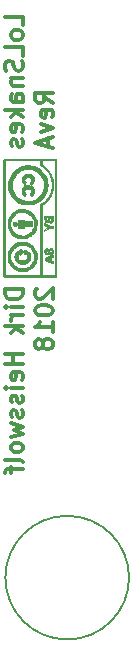
<source format=gbr>
G04 #@! TF.FileFunction,Legend,Bot*
%FSLAX46Y46*%
G04 Gerber Fmt 4.6, Leading zero omitted, Abs format (unit mm)*
G04 Created by KiCad (PCBNEW 4.0.7) date 06/07/18 15:13:04*
%MOMM*%
%LPD*%
G01*
G04 APERTURE LIST*
%ADD10C,0.100000*%
%ADD11C,0.300000*%
%ADD12C,0.002540*%
%ADD13C,0.150000*%
G04 APERTURE END LIST*
D10*
D11*
X114973571Y-87853571D02*
X114973571Y-87139285D01*
X113473571Y-87139285D01*
X114973571Y-88567857D02*
X114902143Y-88424999D01*
X114830714Y-88353571D01*
X114687857Y-88282142D01*
X114259286Y-88282142D01*
X114116429Y-88353571D01*
X114045000Y-88424999D01*
X113973571Y-88567857D01*
X113973571Y-88782142D01*
X114045000Y-88924999D01*
X114116429Y-88996428D01*
X114259286Y-89067857D01*
X114687857Y-89067857D01*
X114830714Y-88996428D01*
X114902143Y-88924999D01*
X114973571Y-88782142D01*
X114973571Y-88567857D01*
X114973571Y-90425000D02*
X114973571Y-89710714D01*
X113473571Y-89710714D01*
X114902143Y-90853571D02*
X114973571Y-91067857D01*
X114973571Y-91425000D01*
X114902143Y-91567857D01*
X114830714Y-91639286D01*
X114687857Y-91710714D01*
X114545000Y-91710714D01*
X114402143Y-91639286D01*
X114330714Y-91567857D01*
X114259286Y-91425000D01*
X114187857Y-91139286D01*
X114116429Y-90996428D01*
X114045000Y-90925000D01*
X113902143Y-90853571D01*
X113759286Y-90853571D01*
X113616429Y-90925000D01*
X113545000Y-90996428D01*
X113473571Y-91139286D01*
X113473571Y-91496428D01*
X113545000Y-91710714D01*
X113973571Y-92353571D02*
X114973571Y-92353571D01*
X114116429Y-92353571D02*
X114045000Y-92424999D01*
X113973571Y-92567857D01*
X113973571Y-92782142D01*
X114045000Y-92924999D01*
X114187857Y-92996428D01*
X114973571Y-92996428D01*
X114973571Y-94353571D02*
X114187857Y-94353571D01*
X114045000Y-94282142D01*
X113973571Y-94139285D01*
X113973571Y-93853571D01*
X114045000Y-93710714D01*
X114902143Y-94353571D02*
X114973571Y-94210714D01*
X114973571Y-93853571D01*
X114902143Y-93710714D01*
X114759286Y-93639285D01*
X114616429Y-93639285D01*
X114473571Y-93710714D01*
X114402143Y-93853571D01*
X114402143Y-94210714D01*
X114330714Y-94353571D01*
X114973571Y-95067857D02*
X113473571Y-95067857D01*
X114402143Y-95210714D02*
X114973571Y-95639285D01*
X113973571Y-95639285D02*
X114545000Y-95067857D01*
X114902143Y-96853571D02*
X114973571Y-96710714D01*
X114973571Y-96425000D01*
X114902143Y-96282143D01*
X114759286Y-96210714D01*
X114187857Y-96210714D01*
X114045000Y-96282143D01*
X113973571Y-96425000D01*
X113973571Y-96710714D01*
X114045000Y-96853571D01*
X114187857Y-96925000D01*
X114330714Y-96925000D01*
X114473571Y-96210714D01*
X114902143Y-97496428D02*
X114973571Y-97639285D01*
X114973571Y-97925000D01*
X114902143Y-98067857D01*
X114759286Y-98139285D01*
X114687857Y-98139285D01*
X114545000Y-98067857D01*
X114473571Y-97925000D01*
X114473571Y-97710714D01*
X114402143Y-97567857D01*
X114259286Y-97496428D01*
X114187857Y-97496428D01*
X114045000Y-97567857D01*
X113973571Y-97710714D01*
X113973571Y-97925000D01*
X114045000Y-98067857D01*
X117523571Y-94425001D02*
X116809286Y-93925001D01*
X117523571Y-93567858D02*
X116023571Y-93567858D01*
X116023571Y-94139286D01*
X116095000Y-94282144D01*
X116166429Y-94353572D01*
X116309286Y-94425001D01*
X116523571Y-94425001D01*
X116666429Y-94353572D01*
X116737857Y-94282144D01*
X116809286Y-94139286D01*
X116809286Y-93567858D01*
X117452143Y-95639286D02*
X117523571Y-95496429D01*
X117523571Y-95210715D01*
X117452143Y-95067858D01*
X117309286Y-94996429D01*
X116737857Y-94996429D01*
X116595000Y-95067858D01*
X116523571Y-95210715D01*
X116523571Y-95496429D01*
X116595000Y-95639286D01*
X116737857Y-95710715D01*
X116880714Y-95710715D01*
X117023571Y-94996429D01*
X116523571Y-96210715D02*
X117523571Y-96567858D01*
X116523571Y-96925000D01*
X117095000Y-97425000D02*
X117095000Y-98139286D01*
X117523571Y-97282143D02*
X116023571Y-97782143D01*
X117523571Y-98282143D01*
X114973571Y-110212143D02*
X113473571Y-110212143D01*
X113473571Y-110569286D01*
X113545000Y-110783571D01*
X113687857Y-110926429D01*
X113830714Y-110997857D01*
X114116429Y-111069286D01*
X114330714Y-111069286D01*
X114616429Y-110997857D01*
X114759286Y-110926429D01*
X114902143Y-110783571D01*
X114973571Y-110569286D01*
X114973571Y-110212143D01*
X114973571Y-111712143D02*
X113973571Y-111712143D01*
X113473571Y-111712143D02*
X113545000Y-111640714D01*
X113616429Y-111712143D01*
X113545000Y-111783571D01*
X113473571Y-111712143D01*
X113616429Y-111712143D01*
X114973571Y-112426429D02*
X113973571Y-112426429D01*
X114259286Y-112426429D02*
X114116429Y-112497857D01*
X114045000Y-112569286D01*
X113973571Y-112712143D01*
X113973571Y-112855000D01*
X114973571Y-113355000D02*
X113473571Y-113355000D01*
X114402143Y-113497857D02*
X114973571Y-113926428D01*
X113973571Y-113926428D02*
X114545000Y-113355000D01*
X114973571Y-115712143D02*
X113473571Y-115712143D01*
X114187857Y-115712143D02*
X114187857Y-116569286D01*
X114973571Y-116569286D02*
X113473571Y-116569286D01*
X114902143Y-117855000D02*
X114973571Y-117712143D01*
X114973571Y-117426429D01*
X114902143Y-117283572D01*
X114759286Y-117212143D01*
X114187857Y-117212143D01*
X114045000Y-117283572D01*
X113973571Y-117426429D01*
X113973571Y-117712143D01*
X114045000Y-117855000D01*
X114187857Y-117926429D01*
X114330714Y-117926429D01*
X114473571Y-117212143D01*
X114973571Y-118569286D02*
X113973571Y-118569286D01*
X113473571Y-118569286D02*
X113545000Y-118497857D01*
X113616429Y-118569286D01*
X113545000Y-118640714D01*
X113473571Y-118569286D01*
X113616429Y-118569286D01*
X114902143Y-119212143D02*
X114973571Y-119355000D01*
X114973571Y-119640715D01*
X114902143Y-119783572D01*
X114759286Y-119855000D01*
X114687857Y-119855000D01*
X114545000Y-119783572D01*
X114473571Y-119640715D01*
X114473571Y-119426429D01*
X114402143Y-119283572D01*
X114259286Y-119212143D01*
X114187857Y-119212143D01*
X114045000Y-119283572D01*
X113973571Y-119426429D01*
X113973571Y-119640715D01*
X114045000Y-119783572D01*
X114902143Y-120426429D02*
X114973571Y-120569286D01*
X114973571Y-120855001D01*
X114902143Y-120997858D01*
X114759286Y-121069286D01*
X114687857Y-121069286D01*
X114545000Y-120997858D01*
X114473571Y-120855001D01*
X114473571Y-120640715D01*
X114402143Y-120497858D01*
X114259286Y-120426429D01*
X114187857Y-120426429D01*
X114045000Y-120497858D01*
X113973571Y-120640715D01*
X113973571Y-120855001D01*
X114045000Y-120997858D01*
X113973571Y-121569287D02*
X114973571Y-121855001D01*
X114259286Y-122140715D01*
X114973571Y-122426430D01*
X113973571Y-122712144D01*
X114973571Y-123497859D02*
X114902143Y-123355001D01*
X114830714Y-123283573D01*
X114687857Y-123212144D01*
X114259286Y-123212144D01*
X114116429Y-123283573D01*
X114045000Y-123355001D01*
X113973571Y-123497859D01*
X113973571Y-123712144D01*
X114045000Y-123855001D01*
X114116429Y-123926430D01*
X114259286Y-123997859D01*
X114687857Y-123997859D01*
X114830714Y-123926430D01*
X114902143Y-123855001D01*
X114973571Y-123712144D01*
X114973571Y-123497859D01*
X114973571Y-124855002D02*
X114902143Y-124712144D01*
X114759286Y-124640716D01*
X113473571Y-124640716D01*
X113973571Y-125212144D02*
X113973571Y-125783573D01*
X114973571Y-125426430D02*
X113687857Y-125426430D01*
X113545000Y-125497858D01*
X113473571Y-125640716D01*
X113473571Y-125783573D01*
X116166429Y-110140714D02*
X116095000Y-110212143D01*
X116023571Y-110355000D01*
X116023571Y-110712143D01*
X116095000Y-110855000D01*
X116166429Y-110926429D01*
X116309286Y-110997857D01*
X116452143Y-110997857D01*
X116666429Y-110926429D01*
X117523571Y-110069286D01*
X117523571Y-110997857D01*
X116023571Y-111926428D02*
X116023571Y-112069285D01*
X116095000Y-112212142D01*
X116166429Y-112283571D01*
X116309286Y-112355000D01*
X116595000Y-112426428D01*
X116952143Y-112426428D01*
X117237857Y-112355000D01*
X117380714Y-112283571D01*
X117452143Y-112212142D01*
X117523571Y-112069285D01*
X117523571Y-111926428D01*
X117452143Y-111783571D01*
X117380714Y-111712142D01*
X117237857Y-111640714D01*
X116952143Y-111569285D01*
X116595000Y-111569285D01*
X116309286Y-111640714D01*
X116166429Y-111712142D01*
X116095000Y-111783571D01*
X116023571Y-111926428D01*
X117523571Y-113854999D02*
X117523571Y-112997856D01*
X117523571Y-113426428D02*
X116023571Y-113426428D01*
X116237857Y-113283571D01*
X116380714Y-113140713D01*
X116452143Y-112997856D01*
X116666429Y-114712142D02*
X116595000Y-114569284D01*
X116523571Y-114497856D01*
X116380714Y-114426427D01*
X116309286Y-114426427D01*
X116166429Y-114497856D01*
X116095000Y-114569284D01*
X116023571Y-114712142D01*
X116023571Y-114997856D01*
X116095000Y-115140713D01*
X116166429Y-115212142D01*
X116309286Y-115283570D01*
X116380714Y-115283570D01*
X116523571Y-115212142D01*
X116595000Y-115140713D01*
X116666429Y-114997856D01*
X116666429Y-114712142D01*
X116737857Y-114569284D01*
X116809286Y-114497856D01*
X116952143Y-114426427D01*
X117237857Y-114426427D01*
X117380714Y-114497856D01*
X117452143Y-114569284D01*
X117523571Y-114712142D01*
X117523571Y-114997856D01*
X117452143Y-115140713D01*
X117380714Y-115212142D01*
X117237857Y-115283570D01*
X116952143Y-115283570D01*
X116809286Y-115212142D01*
X116737857Y-115140713D01*
X116666429Y-114997856D01*
D12*
G36*
X117802660Y-109146340D02*
X117802660Y-109032040D01*
X116461540Y-109032040D01*
X114995960Y-109032040D01*
X113525300Y-109032040D01*
X113487200Y-108993940D01*
X113451640Y-108955840D01*
X113451640Y-104145080D01*
X113451640Y-99336860D01*
X113487200Y-99298760D01*
X113525300Y-99260660D01*
X114995960Y-99260660D01*
X116461540Y-99263200D01*
X116464080Y-99489260D01*
X116464080Y-99715320D01*
X116593620Y-99799140D01*
X116761260Y-99921060D01*
X116913660Y-100063300D01*
X117050820Y-100223320D01*
X117170200Y-100398580D01*
X117269260Y-100586540D01*
X117348000Y-100784660D01*
X117403880Y-100990400D01*
X117431820Y-101155500D01*
X117439440Y-101241860D01*
X117441980Y-101343460D01*
X117439440Y-101455220D01*
X117431820Y-101564440D01*
X117419120Y-101663500D01*
X117408960Y-101724460D01*
X117353080Y-101940360D01*
X117274340Y-102143560D01*
X117177820Y-102331520D01*
X117055900Y-102509320D01*
X116911120Y-102674420D01*
X116842540Y-102743000D01*
X116781580Y-102798880D01*
X116710460Y-102854760D01*
X116639340Y-102908100D01*
X116593620Y-102941120D01*
X116464080Y-103022400D01*
X116464080Y-106024680D01*
X116461540Y-109032040D01*
X117802660Y-109032040D01*
X117802660Y-109016800D01*
X117701060Y-109016800D01*
X117139720Y-109016800D01*
X116578380Y-109016800D01*
X116578380Y-106060240D01*
X116578380Y-103106220D01*
X116695220Y-103027480D01*
X116832380Y-102930960D01*
X116951760Y-102834440D01*
X117050820Y-102735380D01*
X117139720Y-102631240D01*
X117218460Y-102514400D01*
X117269260Y-102428040D01*
X117340380Y-102288340D01*
X117398800Y-102163880D01*
X117447060Y-102047040D01*
X117485160Y-101927660D01*
X117515640Y-101803200D01*
X117515640Y-101798120D01*
X117551200Y-101615240D01*
X117566440Y-101442520D01*
X117566440Y-101277420D01*
X117548660Y-101109780D01*
X117515640Y-100939600D01*
X117457220Y-100744020D01*
X117375940Y-100548440D01*
X117266720Y-100347780D01*
X117134640Y-100147120D01*
X117086380Y-100078540D01*
X117043200Y-100027740D01*
X116984780Y-99966780D01*
X116918740Y-99903280D01*
X116850160Y-99837240D01*
X116776500Y-99773740D01*
X116710460Y-99720400D01*
X116652040Y-99677220D01*
X116616480Y-99654360D01*
X116578380Y-99634040D01*
X116578380Y-99441000D01*
X116578380Y-99247960D01*
X117139720Y-99247960D01*
X117701060Y-99247960D01*
X117701060Y-104134920D01*
X117701060Y-109016800D01*
X117802660Y-109016800D01*
X117802660Y-104152700D01*
X117802660Y-99161600D01*
X117622320Y-99153980D01*
X117584220Y-99151440D01*
X117525800Y-99151440D01*
X117444520Y-99151440D01*
X117345460Y-99151440D01*
X117228620Y-99148900D01*
X117096540Y-99148900D01*
X116949220Y-99148900D01*
X116789200Y-99148900D01*
X116619020Y-99148900D01*
X116438680Y-99148900D01*
X116250720Y-99148900D01*
X116057680Y-99148900D01*
X115859560Y-99148900D01*
X115658900Y-99148900D01*
X115458240Y-99148900D01*
X115255040Y-99148900D01*
X115054380Y-99151440D01*
X114858800Y-99151440D01*
X114665760Y-99151440D01*
X114480340Y-99151440D01*
X114305080Y-99153980D01*
X114137440Y-99153980D01*
X113982500Y-99156520D01*
X113840260Y-99156520D01*
X113713260Y-99156520D01*
X113604040Y-99159060D01*
X113510060Y-99159060D01*
X113438940Y-99161600D01*
X113385600Y-99161600D01*
X113357660Y-99164140D01*
X113352580Y-99164140D01*
X113352580Y-99176840D01*
X113352580Y-99214940D01*
X113350040Y-99275900D01*
X113350040Y-99359720D01*
X113350040Y-99463860D01*
X113350040Y-99590860D01*
X113347500Y-99733100D01*
X113347500Y-99895660D01*
X113347500Y-100076000D01*
X113347500Y-100271580D01*
X113344960Y-100482400D01*
X113344960Y-100705920D01*
X113344960Y-100944680D01*
X113344960Y-101193600D01*
X113344960Y-101452680D01*
X113342420Y-101721920D01*
X113342420Y-101998780D01*
X113342420Y-102285800D01*
X113342420Y-102575360D01*
X113342420Y-102872540D01*
X113342420Y-103174800D01*
X113339880Y-103479600D01*
X113339880Y-103786940D01*
X113339880Y-104096820D01*
X113339880Y-104401620D01*
X113339880Y-104708960D01*
X113339880Y-105013760D01*
X113339880Y-105316020D01*
X113339880Y-105615740D01*
X113339880Y-105907840D01*
X113339880Y-106194860D01*
X113339880Y-106474260D01*
X113339880Y-106746040D01*
X113339880Y-107007660D01*
X113339880Y-107259120D01*
X113339880Y-107497880D01*
X113339880Y-107723940D01*
X113339880Y-107937300D01*
X113339880Y-108135420D01*
X113339880Y-108318300D01*
X113339880Y-108485940D01*
X113342420Y-108633260D01*
X113342420Y-108762800D01*
X113342420Y-108869480D01*
X113342420Y-108958380D01*
X113344960Y-109024420D01*
X113344960Y-109067600D01*
X113344960Y-109085380D01*
X113352580Y-109146340D01*
X115577620Y-109146340D01*
X117802660Y-109146340D01*
X117802660Y-109146340D01*
X117802660Y-109146340D01*
G37*
X117802660Y-109146340D02*
X117802660Y-109032040D01*
X116461540Y-109032040D01*
X114995960Y-109032040D01*
X113525300Y-109032040D01*
X113487200Y-108993940D01*
X113451640Y-108955840D01*
X113451640Y-104145080D01*
X113451640Y-99336860D01*
X113487200Y-99298760D01*
X113525300Y-99260660D01*
X114995960Y-99260660D01*
X116461540Y-99263200D01*
X116464080Y-99489260D01*
X116464080Y-99715320D01*
X116593620Y-99799140D01*
X116761260Y-99921060D01*
X116913660Y-100063300D01*
X117050820Y-100223320D01*
X117170200Y-100398580D01*
X117269260Y-100586540D01*
X117348000Y-100784660D01*
X117403880Y-100990400D01*
X117431820Y-101155500D01*
X117439440Y-101241860D01*
X117441980Y-101343460D01*
X117439440Y-101455220D01*
X117431820Y-101564440D01*
X117419120Y-101663500D01*
X117408960Y-101724460D01*
X117353080Y-101940360D01*
X117274340Y-102143560D01*
X117177820Y-102331520D01*
X117055900Y-102509320D01*
X116911120Y-102674420D01*
X116842540Y-102743000D01*
X116781580Y-102798880D01*
X116710460Y-102854760D01*
X116639340Y-102908100D01*
X116593620Y-102941120D01*
X116464080Y-103022400D01*
X116464080Y-106024680D01*
X116461540Y-109032040D01*
X117802660Y-109032040D01*
X117802660Y-109016800D01*
X117701060Y-109016800D01*
X117139720Y-109016800D01*
X116578380Y-109016800D01*
X116578380Y-106060240D01*
X116578380Y-103106220D01*
X116695220Y-103027480D01*
X116832380Y-102930960D01*
X116951760Y-102834440D01*
X117050820Y-102735380D01*
X117139720Y-102631240D01*
X117218460Y-102514400D01*
X117269260Y-102428040D01*
X117340380Y-102288340D01*
X117398800Y-102163880D01*
X117447060Y-102047040D01*
X117485160Y-101927660D01*
X117515640Y-101803200D01*
X117515640Y-101798120D01*
X117551200Y-101615240D01*
X117566440Y-101442520D01*
X117566440Y-101277420D01*
X117548660Y-101109780D01*
X117515640Y-100939600D01*
X117457220Y-100744020D01*
X117375940Y-100548440D01*
X117266720Y-100347780D01*
X117134640Y-100147120D01*
X117086380Y-100078540D01*
X117043200Y-100027740D01*
X116984780Y-99966780D01*
X116918740Y-99903280D01*
X116850160Y-99837240D01*
X116776500Y-99773740D01*
X116710460Y-99720400D01*
X116652040Y-99677220D01*
X116616480Y-99654360D01*
X116578380Y-99634040D01*
X116578380Y-99441000D01*
X116578380Y-99247960D01*
X117139720Y-99247960D01*
X117701060Y-99247960D01*
X117701060Y-104134920D01*
X117701060Y-109016800D01*
X117802660Y-109016800D01*
X117802660Y-104152700D01*
X117802660Y-99161600D01*
X117622320Y-99153980D01*
X117584220Y-99151440D01*
X117525800Y-99151440D01*
X117444520Y-99151440D01*
X117345460Y-99151440D01*
X117228620Y-99148900D01*
X117096540Y-99148900D01*
X116949220Y-99148900D01*
X116789200Y-99148900D01*
X116619020Y-99148900D01*
X116438680Y-99148900D01*
X116250720Y-99148900D01*
X116057680Y-99148900D01*
X115859560Y-99148900D01*
X115658900Y-99148900D01*
X115458240Y-99148900D01*
X115255040Y-99148900D01*
X115054380Y-99151440D01*
X114858800Y-99151440D01*
X114665760Y-99151440D01*
X114480340Y-99151440D01*
X114305080Y-99153980D01*
X114137440Y-99153980D01*
X113982500Y-99156520D01*
X113840260Y-99156520D01*
X113713260Y-99156520D01*
X113604040Y-99159060D01*
X113510060Y-99159060D01*
X113438940Y-99161600D01*
X113385600Y-99161600D01*
X113357660Y-99164140D01*
X113352580Y-99164140D01*
X113352580Y-99176840D01*
X113352580Y-99214940D01*
X113350040Y-99275900D01*
X113350040Y-99359720D01*
X113350040Y-99463860D01*
X113350040Y-99590860D01*
X113347500Y-99733100D01*
X113347500Y-99895660D01*
X113347500Y-100076000D01*
X113347500Y-100271580D01*
X113344960Y-100482400D01*
X113344960Y-100705920D01*
X113344960Y-100944680D01*
X113344960Y-101193600D01*
X113344960Y-101452680D01*
X113342420Y-101721920D01*
X113342420Y-101998780D01*
X113342420Y-102285800D01*
X113342420Y-102575360D01*
X113342420Y-102872540D01*
X113342420Y-103174800D01*
X113339880Y-103479600D01*
X113339880Y-103786940D01*
X113339880Y-104096820D01*
X113339880Y-104401620D01*
X113339880Y-104708960D01*
X113339880Y-105013760D01*
X113339880Y-105316020D01*
X113339880Y-105615740D01*
X113339880Y-105907840D01*
X113339880Y-106194860D01*
X113339880Y-106474260D01*
X113339880Y-106746040D01*
X113339880Y-107007660D01*
X113339880Y-107259120D01*
X113339880Y-107497880D01*
X113339880Y-107723940D01*
X113339880Y-107937300D01*
X113339880Y-108135420D01*
X113339880Y-108318300D01*
X113339880Y-108485940D01*
X113342420Y-108633260D01*
X113342420Y-108762800D01*
X113342420Y-108869480D01*
X113342420Y-108958380D01*
X113344960Y-109024420D01*
X113344960Y-109067600D01*
X113344960Y-109085380D01*
X113352580Y-109146340D01*
X115577620Y-109146340D01*
X117802660Y-109146340D01*
X117802660Y-109146340D01*
G36*
X117345460Y-107279440D02*
X117393720Y-107266740D01*
X117439440Y-107238800D01*
X117452140Y-107228640D01*
X117492780Y-107177840D01*
X117523260Y-107109260D01*
X117538500Y-107030520D01*
X117541040Y-106951780D01*
X117538500Y-106941620D01*
X117518180Y-106852720D01*
X117480080Y-106781600D01*
X117429280Y-106728260D01*
X117363240Y-106695240D01*
X117355620Y-106692700D01*
X117317520Y-106685080D01*
X117294660Y-106692700D01*
X117281960Y-106715560D01*
X117281960Y-106758740D01*
X117281960Y-106768900D01*
X117287040Y-106809540D01*
X117294660Y-106832400D01*
X117309900Y-106842560D01*
X117330220Y-106850180D01*
X117375940Y-106878120D01*
X117403880Y-106921300D01*
X117419120Y-106974640D01*
X117414040Y-107035600D01*
X117401340Y-107071160D01*
X117378480Y-107109260D01*
X117350540Y-107124500D01*
X117314980Y-107121960D01*
X117297200Y-107114340D01*
X117279420Y-107096560D01*
X117264180Y-107063540D01*
X117243860Y-107015280D01*
X117223540Y-106946700D01*
X117210840Y-106908600D01*
X117190520Y-106850180D01*
X117172740Y-106807000D01*
X117152420Y-106776520D01*
X117134640Y-106758740D01*
X117076220Y-106723180D01*
X117020340Y-106710480D01*
X116961920Y-106715560D01*
X116911120Y-106740960D01*
X116865400Y-106784140D01*
X116829840Y-106837480D01*
X116806980Y-106903520D01*
X116799360Y-106977180D01*
X116806980Y-107048300D01*
X116829840Y-107132120D01*
X116867940Y-107193080D01*
X116918740Y-107231180D01*
X116982240Y-107251500D01*
X116984780Y-107251500D01*
X117038120Y-107259120D01*
X117038120Y-107185460D01*
X117035580Y-107144820D01*
X117030500Y-107121960D01*
X117020340Y-107109260D01*
X116997480Y-107099100D01*
X116959380Y-107073700D01*
X116933980Y-107033060D01*
X116923820Y-106984800D01*
X116928900Y-106936540D01*
X116951760Y-106893360D01*
X116954300Y-106890820D01*
X116982240Y-106865420D01*
X117002560Y-106862880D01*
X117027960Y-106875580D01*
X117035580Y-106880660D01*
X117053360Y-106908600D01*
X117076220Y-106961940D01*
X117099080Y-107038140D01*
X117099080Y-107043220D01*
X117127020Y-107129580D01*
X117154960Y-107190540D01*
X117185440Y-107233720D01*
X117226080Y-107261660D01*
X117274340Y-107276900D01*
X117284500Y-107276900D01*
X117345460Y-107279440D01*
X117345460Y-107279440D01*
X117345460Y-107279440D01*
G37*
X117345460Y-107279440D02*
X117393720Y-107266740D01*
X117439440Y-107238800D01*
X117452140Y-107228640D01*
X117492780Y-107177840D01*
X117523260Y-107109260D01*
X117538500Y-107030520D01*
X117541040Y-106951780D01*
X117538500Y-106941620D01*
X117518180Y-106852720D01*
X117480080Y-106781600D01*
X117429280Y-106728260D01*
X117363240Y-106695240D01*
X117355620Y-106692700D01*
X117317520Y-106685080D01*
X117294660Y-106692700D01*
X117281960Y-106715560D01*
X117281960Y-106758740D01*
X117281960Y-106768900D01*
X117287040Y-106809540D01*
X117294660Y-106832400D01*
X117309900Y-106842560D01*
X117330220Y-106850180D01*
X117375940Y-106878120D01*
X117403880Y-106921300D01*
X117419120Y-106974640D01*
X117414040Y-107035600D01*
X117401340Y-107071160D01*
X117378480Y-107109260D01*
X117350540Y-107124500D01*
X117314980Y-107121960D01*
X117297200Y-107114340D01*
X117279420Y-107096560D01*
X117264180Y-107063540D01*
X117243860Y-107015280D01*
X117223540Y-106946700D01*
X117210840Y-106908600D01*
X117190520Y-106850180D01*
X117172740Y-106807000D01*
X117152420Y-106776520D01*
X117134640Y-106758740D01*
X117076220Y-106723180D01*
X117020340Y-106710480D01*
X116961920Y-106715560D01*
X116911120Y-106740960D01*
X116865400Y-106784140D01*
X116829840Y-106837480D01*
X116806980Y-106903520D01*
X116799360Y-106977180D01*
X116806980Y-107048300D01*
X116829840Y-107132120D01*
X116867940Y-107193080D01*
X116918740Y-107231180D01*
X116982240Y-107251500D01*
X116984780Y-107251500D01*
X117038120Y-107259120D01*
X117038120Y-107185460D01*
X117035580Y-107144820D01*
X117030500Y-107121960D01*
X117020340Y-107109260D01*
X116997480Y-107099100D01*
X116959380Y-107073700D01*
X116933980Y-107033060D01*
X116923820Y-106984800D01*
X116928900Y-106936540D01*
X116951760Y-106893360D01*
X116954300Y-106890820D01*
X116982240Y-106865420D01*
X117002560Y-106862880D01*
X117027960Y-106875580D01*
X117035580Y-106880660D01*
X117053360Y-106908600D01*
X117076220Y-106961940D01*
X117099080Y-107038140D01*
X117099080Y-107043220D01*
X117127020Y-107129580D01*
X117154960Y-107190540D01*
X117185440Y-107233720D01*
X117226080Y-107261660D01*
X117274340Y-107276900D01*
X117284500Y-107276900D01*
X117345460Y-107279440D01*
X117345460Y-107279440D01*
G36*
X117345460Y-104556560D02*
X117411500Y-104536240D01*
X117464840Y-104495600D01*
X117497860Y-104439720D01*
X117508020Y-104416860D01*
X117513100Y-104394000D01*
X117304820Y-104394000D01*
X117266720Y-104388920D01*
X117241320Y-104373680D01*
X117238780Y-104368600D01*
X117012720Y-104368600D01*
X116977160Y-104355900D01*
X116967000Y-104348280D01*
X116956840Y-104327960D01*
X116951760Y-104294940D01*
X116949220Y-104239060D01*
X116949220Y-104228900D01*
X116949220Y-104132380D01*
X116989860Y-104127300D01*
X117030500Y-104124760D01*
X117066060Y-104124760D01*
X117083840Y-104129840D01*
X117094000Y-104137460D01*
X117099080Y-104152700D01*
X117101620Y-104188260D01*
X117101620Y-104218740D01*
X117099080Y-104284780D01*
X117088920Y-104327960D01*
X117081300Y-104340660D01*
X117050820Y-104363520D01*
X117012720Y-104368600D01*
X117238780Y-104368600D01*
X117226080Y-104343200D01*
X117218460Y-104292400D01*
X117215920Y-104231440D01*
X117215920Y-104129840D01*
X117304820Y-104129840D01*
X117396260Y-104129840D01*
X117396260Y-104236520D01*
X117393720Y-104297480D01*
X117388640Y-104335580D01*
X117381020Y-104360980D01*
X117373400Y-104371140D01*
X117340380Y-104388920D01*
X117304820Y-104394000D01*
X117513100Y-104394000D01*
X117513100Y-104388920D01*
X117518180Y-104353360D01*
X117520720Y-104302560D01*
X117523260Y-104236520D01*
X117523260Y-104173020D01*
X117523260Y-103962200D01*
X117172740Y-103962200D01*
X116819680Y-103962200D01*
X116819680Y-104170480D01*
X116822220Y-104264460D01*
X116824760Y-104333040D01*
X116829840Y-104386380D01*
X116840000Y-104424480D01*
X116852700Y-104454960D01*
X116873020Y-104477820D01*
X116880640Y-104487980D01*
X116916200Y-104505760D01*
X116967000Y-104518460D01*
X117017800Y-104521000D01*
X117043200Y-104515920D01*
X117076220Y-104500680D01*
X117109240Y-104475280D01*
X117111780Y-104472740D01*
X117132100Y-104452420D01*
X117144800Y-104449880D01*
X117149880Y-104457500D01*
X117172740Y-104493060D01*
X117210840Y-104526080D01*
X117254020Y-104548940D01*
X117271800Y-104554020D01*
X117345460Y-104556560D01*
X117345460Y-104556560D01*
X117345460Y-104556560D01*
G37*
X117345460Y-104556560D02*
X117411500Y-104536240D01*
X117464840Y-104495600D01*
X117497860Y-104439720D01*
X117508020Y-104416860D01*
X117513100Y-104394000D01*
X117304820Y-104394000D01*
X117266720Y-104388920D01*
X117241320Y-104373680D01*
X117238780Y-104368600D01*
X117012720Y-104368600D01*
X116977160Y-104355900D01*
X116967000Y-104348280D01*
X116956840Y-104327960D01*
X116951760Y-104294940D01*
X116949220Y-104239060D01*
X116949220Y-104228900D01*
X116949220Y-104132380D01*
X116989860Y-104127300D01*
X117030500Y-104124760D01*
X117066060Y-104124760D01*
X117083840Y-104129840D01*
X117094000Y-104137460D01*
X117099080Y-104152700D01*
X117101620Y-104188260D01*
X117101620Y-104218740D01*
X117099080Y-104284780D01*
X117088920Y-104327960D01*
X117081300Y-104340660D01*
X117050820Y-104363520D01*
X117012720Y-104368600D01*
X117238780Y-104368600D01*
X117226080Y-104343200D01*
X117218460Y-104292400D01*
X117215920Y-104231440D01*
X117215920Y-104129840D01*
X117304820Y-104129840D01*
X117396260Y-104129840D01*
X117396260Y-104236520D01*
X117393720Y-104297480D01*
X117388640Y-104335580D01*
X117381020Y-104360980D01*
X117373400Y-104371140D01*
X117340380Y-104388920D01*
X117304820Y-104394000D01*
X117513100Y-104394000D01*
X117513100Y-104388920D01*
X117518180Y-104353360D01*
X117520720Y-104302560D01*
X117523260Y-104236520D01*
X117523260Y-104173020D01*
X117523260Y-103962200D01*
X117172740Y-103962200D01*
X116819680Y-103962200D01*
X116819680Y-104170480D01*
X116822220Y-104264460D01*
X116824760Y-104333040D01*
X116829840Y-104386380D01*
X116840000Y-104424480D01*
X116852700Y-104454960D01*
X116873020Y-104477820D01*
X116880640Y-104487980D01*
X116916200Y-104505760D01*
X116967000Y-104518460D01*
X117017800Y-104521000D01*
X117043200Y-104515920D01*
X117076220Y-104500680D01*
X117109240Y-104475280D01*
X117111780Y-104472740D01*
X117132100Y-104452420D01*
X117144800Y-104449880D01*
X117149880Y-104457500D01*
X117172740Y-104493060D01*
X117210840Y-104526080D01*
X117254020Y-104548940D01*
X117271800Y-104554020D01*
X117345460Y-104556560D01*
X117345460Y-104556560D01*
G36*
X116819680Y-105262680D02*
X117043200Y-105128060D01*
X117266720Y-104993440D01*
X117393720Y-104993440D01*
X117523260Y-104993440D01*
X117523260Y-104917240D01*
X117523260Y-104841040D01*
X117388640Y-104841040D01*
X117251480Y-104841040D01*
X117045740Y-104716580D01*
X116979700Y-104678480D01*
X116921280Y-104645460D01*
X116875560Y-104617520D01*
X116845080Y-104597200D01*
X116829840Y-104589580D01*
X116824760Y-104599740D01*
X116822220Y-104627680D01*
X116819680Y-104668320D01*
X116819680Y-104673400D01*
X116819680Y-104762300D01*
X116956840Y-104841040D01*
X117017800Y-104879140D01*
X117055900Y-104904540D01*
X117076220Y-104922320D01*
X117073680Y-104932480D01*
X117055900Y-104942640D01*
X117022880Y-104962960D01*
X116977160Y-104988360D01*
X116941600Y-105011220D01*
X116827300Y-105077260D01*
X116822220Y-105168700D01*
X116819680Y-105262680D01*
X116819680Y-105262680D01*
X116819680Y-105262680D01*
G37*
X116819680Y-105262680D02*
X117043200Y-105128060D01*
X117266720Y-104993440D01*
X117393720Y-104993440D01*
X117523260Y-104993440D01*
X117523260Y-104917240D01*
X117523260Y-104841040D01*
X117388640Y-104841040D01*
X117251480Y-104841040D01*
X117045740Y-104716580D01*
X116979700Y-104678480D01*
X116921280Y-104645460D01*
X116875560Y-104617520D01*
X116845080Y-104597200D01*
X116829840Y-104589580D01*
X116824760Y-104599740D01*
X116822220Y-104627680D01*
X116819680Y-104668320D01*
X116819680Y-104673400D01*
X116819680Y-104762300D01*
X116956840Y-104841040D01*
X117017800Y-104879140D01*
X117055900Y-104904540D01*
X117076220Y-104922320D01*
X117073680Y-104932480D01*
X117055900Y-104942640D01*
X117022880Y-104962960D01*
X116977160Y-104988360D01*
X116941600Y-105011220D01*
X116827300Y-105077260D01*
X116822220Y-105168700D01*
X116819680Y-105262680D01*
X116819680Y-105262680D01*
G36*
X117513100Y-107983020D02*
X117518180Y-107972860D01*
X117520720Y-107939840D01*
X117523260Y-107901740D01*
X117523260Y-107820460D01*
X117447060Y-107797600D01*
X117370860Y-107774740D01*
X117370860Y-107726480D01*
X117241320Y-107726480D01*
X117127020Y-107685840D01*
X117078760Y-107670600D01*
X117040660Y-107652820D01*
X117022880Y-107642660D01*
X117020340Y-107640120D01*
X117035580Y-107629960D01*
X117068600Y-107617260D01*
X117111780Y-107602020D01*
X117157500Y-107586780D01*
X117198140Y-107571540D01*
X117226080Y-107563920D01*
X117233700Y-107561380D01*
X117238780Y-107574080D01*
X117241320Y-107604560D01*
X117241320Y-107642660D01*
X117241320Y-107726480D01*
X117370860Y-107726480D01*
X117370860Y-107642660D01*
X117370860Y-107513120D01*
X117447060Y-107485180D01*
X117523260Y-107457240D01*
X117523260Y-107375960D01*
X117523260Y-107297220D01*
X117175280Y-107429300D01*
X116827300Y-107558840D01*
X116827300Y-107645200D01*
X116827300Y-107729020D01*
X117165120Y-107856020D01*
X117254020Y-107889040D01*
X117332760Y-107919520D01*
X117401340Y-107944920D01*
X117457220Y-107962700D01*
X117495320Y-107977940D01*
X117513100Y-107983020D01*
X117513100Y-107983020D01*
X117513100Y-107983020D01*
X117513100Y-107983020D01*
G37*
X117513100Y-107983020D02*
X117518180Y-107972860D01*
X117520720Y-107939840D01*
X117523260Y-107901740D01*
X117523260Y-107820460D01*
X117447060Y-107797600D01*
X117370860Y-107774740D01*
X117370860Y-107726480D01*
X117241320Y-107726480D01*
X117127020Y-107685840D01*
X117078760Y-107670600D01*
X117040660Y-107652820D01*
X117022880Y-107642660D01*
X117020340Y-107640120D01*
X117035580Y-107629960D01*
X117068600Y-107617260D01*
X117111780Y-107602020D01*
X117157500Y-107586780D01*
X117198140Y-107571540D01*
X117226080Y-107563920D01*
X117233700Y-107561380D01*
X117238780Y-107574080D01*
X117241320Y-107604560D01*
X117241320Y-107642660D01*
X117241320Y-107726480D01*
X117370860Y-107726480D01*
X117370860Y-107642660D01*
X117370860Y-107513120D01*
X117447060Y-107485180D01*
X117523260Y-107457240D01*
X117523260Y-107375960D01*
X117523260Y-107297220D01*
X117175280Y-107429300D01*
X116827300Y-107558840D01*
X116827300Y-107645200D01*
X116827300Y-107729020D01*
X117165120Y-107856020D01*
X117254020Y-107889040D01*
X117332760Y-107919520D01*
X117401340Y-107944920D01*
X117457220Y-107962700D01*
X117495320Y-107977940D01*
X117513100Y-107983020D01*
X117513100Y-107983020D01*
X117513100Y-107983020D01*
G36*
X115394740Y-103027480D02*
X115486180Y-103027480D01*
X115608100Y-103022400D01*
X115714780Y-103012240D01*
X115808760Y-102994460D01*
X115900200Y-102971600D01*
X115994180Y-102941120D01*
X116060220Y-102915720D01*
X116225320Y-102836980D01*
X116382800Y-102735380D01*
X116385340Y-102732840D01*
X115394740Y-102732840D01*
X115216940Y-102720140D01*
X115044220Y-102682040D01*
X114876580Y-102623620D01*
X114719100Y-102544880D01*
X114574320Y-102443280D01*
X114439700Y-102323900D01*
X114320320Y-102184200D01*
X114218720Y-102026720D01*
X114213640Y-102019100D01*
X114142520Y-101866700D01*
X114091720Y-101701600D01*
X114063780Y-101531420D01*
X114053620Y-101356160D01*
X114066320Y-101183440D01*
X114099340Y-101013260D01*
X114155220Y-100850700D01*
X114203480Y-100746560D01*
X114294920Y-100601780D01*
X114406680Y-100467160D01*
X114533680Y-100342700D01*
X114673380Y-100236020D01*
X114823240Y-100149660D01*
X114978180Y-100081080D01*
X115067080Y-100055680D01*
X115252500Y-100017580D01*
X115432840Y-100007420D01*
X115610640Y-100020120D01*
X115783360Y-100060760D01*
X115951000Y-100121720D01*
X116111020Y-100208080D01*
X116260880Y-100314760D01*
X116398040Y-100444300D01*
X116519960Y-100589080D01*
X116619020Y-100744020D01*
X116692680Y-100904040D01*
X116743480Y-101074220D01*
X116768880Y-101252020D01*
X116771420Y-101437440D01*
X116753640Y-101605080D01*
X116718080Y-101762560D01*
X116659660Y-101914960D01*
X116580920Y-102064820D01*
X116484400Y-102204520D01*
X116375180Y-102331520D01*
X116250720Y-102445820D01*
X116118640Y-102542340D01*
X115978940Y-102616000D01*
X115935760Y-102633780D01*
X115755420Y-102692200D01*
X115572540Y-102725220D01*
X115394740Y-102732840D01*
X116385340Y-102732840D01*
X116527580Y-102616000D01*
X116659660Y-102481380D01*
X116776500Y-102331520D01*
X116878100Y-102171500D01*
X116959380Y-102003860D01*
X117020340Y-101828600D01*
X117058440Y-101653340D01*
X117068600Y-101566980D01*
X117076220Y-101485700D01*
X117078760Y-101422200D01*
X117081300Y-101368860D01*
X117081300Y-101318060D01*
X117078760Y-101267260D01*
X117076220Y-101221540D01*
X117048280Y-101025960D01*
X117000020Y-100840540D01*
X116926360Y-100665280D01*
X116832380Y-100495100D01*
X116713000Y-100335080D01*
X116568220Y-100177600D01*
X116563140Y-100175060D01*
X116408200Y-100037900D01*
X116248180Y-99926140D01*
X116080540Y-99839780D01*
X115905280Y-99773740D01*
X115717320Y-99733100D01*
X115521740Y-99712780D01*
X115417600Y-99707700D01*
X115234720Y-99717860D01*
X115064540Y-99740720D01*
X114904520Y-99781360D01*
X114747040Y-99842320D01*
X114650520Y-99890580D01*
X114475260Y-99994720D01*
X114317780Y-100116640D01*
X114175540Y-100256340D01*
X114051080Y-100411280D01*
X113946940Y-100576380D01*
X113860580Y-100754180D01*
X113799620Y-100939600D01*
X113774220Y-101056440D01*
X113761520Y-101140260D01*
X113756440Y-101241860D01*
X113753900Y-101353620D01*
X113753900Y-101465380D01*
X113761520Y-101569520D01*
X113771680Y-101660960D01*
X113774220Y-101681280D01*
X113822480Y-101874320D01*
X113891060Y-102059740D01*
X113982500Y-102235000D01*
X114094260Y-102395020D01*
X114223800Y-102542340D01*
X114368580Y-102674420D01*
X114528600Y-102788720D01*
X114701320Y-102882700D01*
X114886740Y-102956360D01*
X114932460Y-102971600D01*
X115021360Y-102994460D01*
X115105180Y-103009700D01*
X115191540Y-103022400D01*
X115285520Y-103027480D01*
X115394740Y-103027480D01*
X115394740Y-103027480D01*
X115394740Y-103027480D01*
G37*
X115394740Y-103027480D02*
X115486180Y-103027480D01*
X115608100Y-103022400D01*
X115714780Y-103012240D01*
X115808760Y-102994460D01*
X115900200Y-102971600D01*
X115994180Y-102941120D01*
X116060220Y-102915720D01*
X116225320Y-102836980D01*
X116382800Y-102735380D01*
X116385340Y-102732840D01*
X115394740Y-102732840D01*
X115216940Y-102720140D01*
X115044220Y-102682040D01*
X114876580Y-102623620D01*
X114719100Y-102544880D01*
X114574320Y-102443280D01*
X114439700Y-102323900D01*
X114320320Y-102184200D01*
X114218720Y-102026720D01*
X114213640Y-102019100D01*
X114142520Y-101866700D01*
X114091720Y-101701600D01*
X114063780Y-101531420D01*
X114053620Y-101356160D01*
X114066320Y-101183440D01*
X114099340Y-101013260D01*
X114155220Y-100850700D01*
X114203480Y-100746560D01*
X114294920Y-100601780D01*
X114406680Y-100467160D01*
X114533680Y-100342700D01*
X114673380Y-100236020D01*
X114823240Y-100149660D01*
X114978180Y-100081080D01*
X115067080Y-100055680D01*
X115252500Y-100017580D01*
X115432840Y-100007420D01*
X115610640Y-100020120D01*
X115783360Y-100060760D01*
X115951000Y-100121720D01*
X116111020Y-100208080D01*
X116260880Y-100314760D01*
X116398040Y-100444300D01*
X116519960Y-100589080D01*
X116619020Y-100744020D01*
X116692680Y-100904040D01*
X116743480Y-101074220D01*
X116768880Y-101252020D01*
X116771420Y-101437440D01*
X116753640Y-101605080D01*
X116718080Y-101762560D01*
X116659660Y-101914960D01*
X116580920Y-102064820D01*
X116484400Y-102204520D01*
X116375180Y-102331520D01*
X116250720Y-102445820D01*
X116118640Y-102542340D01*
X115978940Y-102616000D01*
X115935760Y-102633780D01*
X115755420Y-102692200D01*
X115572540Y-102725220D01*
X115394740Y-102732840D01*
X116385340Y-102732840D01*
X116527580Y-102616000D01*
X116659660Y-102481380D01*
X116776500Y-102331520D01*
X116878100Y-102171500D01*
X116959380Y-102003860D01*
X117020340Y-101828600D01*
X117058440Y-101653340D01*
X117068600Y-101566980D01*
X117076220Y-101485700D01*
X117078760Y-101422200D01*
X117081300Y-101368860D01*
X117081300Y-101318060D01*
X117078760Y-101267260D01*
X117076220Y-101221540D01*
X117048280Y-101025960D01*
X117000020Y-100840540D01*
X116926360Y-100665280D01*
X116832380Y-100495100D01*
X116713000Y-100335080D01*
X116568220Y-100177600D01*
X116563140Y-100175060D01*
X116408200Y-100037900D01*
X116248180Y-99926140D01*
X116080540Y-99839780D01*
X115905280Y-99773740D01*
X115717320Y-99733100D01*
X115521740Y-99712780D01*
X115417600Y-99707700D01*
X115234720Y-99717860D01*
X115064540Y-99740720D01*
X114904520Y-99781360D01*
X114747040Y-99842320D01*
X114650520Y-99890580D01*
X114475260Y-99994720D01*
X114317780Y-100116640D01*
X114175540Y-100256340D01*
X114051080Y-100411280D01*
X113946940Y-100576380D01*
X113860580Y-100754180D01*
X113799620Y-100939600D01*
X113774220Y-101056440D01*
X113761520Y-101140260D01*
X113756440Y-101241860D01*
X113753900Y-101353620D01*
X113753900Y-101465380D01*
X113761520Y-101569520D01*
X113771680Y-101660960D01*
X113774220Y-101681280D01*
X113822480Y-101874320D01*
X113891060Y-102059740D01*
X113982500Y-102235000D01*
X114094260Y-102395020D01*
X114223800Y-102542340D01*
X114368580Y-102674420D01*
X114528600Y-102788720D01*
X114701320Y-102882700D01*
X114886740Y-102956360D01*
X114932460Y-102971600D01*
X115021360Y-102994460D01*
X115105180Y-103009700D01*
X115191540Y-103022400D01*
X115285520Y-103027480D01*
X115394740Y-103027480D01*
X115394740Y-103027480D01*
G36*
X114932460Y-105892600D02*
X115105180Y-105882440D01*
X115262660Y-105854500D01*
X115407440Y-105806240D01*
X115544600Y-105737660D01*
X115653820Y-105658920D01*
X114932460Y-105658920D01*
X114795300Y-105651300D01*
X114673380Y-105630980D01*
X114556540Y-105592880D01*
X114493040Y-105564940D01*
X114366040Y-105491280D01*
X114249200Y-105394760D01*
X114145060Y-105283000D01*
X114056160Y-105158540D01*
X113990120Y-105023920D01*
X113959640Y-104942640D01*
X113946940Y-104902000D01*
X113939320Y-104861360D01*
X113934240Y-104815640D01*
X113931700Y-104762300D01*
X113929160Y-104691180D01*
X113929160Y-104655620D01*
X113931700Y-104576880D01*
X113931700Y-104515920D01*
X113936780Y-104467660D01*
X113944400Y-104427020D01*
X113954560Y-104386380D01*
X113959640Y-104368600D01*
X114018060Y-104221280D01*
X114099340Y-104089200D01*
X114198400Y-103967280D01*
X114315240Y-103860600D01*
X114447320Y-103771700D01*
X114592100Y-103705660D01*
X114673380Y-103677720D01*
X114754660Y-103662480D01*
X114851180Y-103652320D01*
X114952780Y-103649780D01*
X115051840Y-103654860D01*
X115140740Y-103665020D01*
X115173760Y-103672640D01*
X115323620Y-103728520D01*
X115463320Y-103804720D01*
X115590320Y-103901240D01*
X115702080Y-104015540D01*
X115752880Y-104084120D01*
X115834160Y-104216200D01*
X115892580Y-104360980D01*
X115928140Y-104513380D01*
X115935760Y-104670860D01*
X115925600Y-104800400D01*
X115900200Y-104917240D01*
X115859560Y-105036620D01*
X115806220Y-105148380D01*
X115790980Y-105176320D01*
X115763040Y-105216960D01*
X115722400Y-105267760D01*
X115671600Y-105323640D01*
X115620800Y-105376980D01*
X115620800Y-105376980D01*
X115564920Y-105435400D01*
X115514120Y-105478580D01*
X115468400Y-105511600D01*
X115420140Y-105539540D01*
X115392200Y-105554780D01*
X115280440Y-105603040D01*
X115168680Y-105636060D01*
X115054380Y-105653840D01*
X114932460Y-105658920D01*
X115653820Y-105658920D01*
X115671600Y-105648760D01*
X115780820Y-105549700D01*
X115902740Y-105412540D01*
X116001800Y-105270300D01*
X116078000Y-105117900D01*
X116128800Y-104957880D01*
X116131340Y-104955340D01*
X116144040Y-104879140D01*
X116154200Y-104790240D01*
X116161820Y-104693720D01*
X116164360Y-104599740D01*
X116161820Y-104518460D01*
X116156740Y-104465120D01*
X116116100Y-104297480D01*
X116052600Y-104137460D01*
X115966240Y-103987600D01*
X115859560Y-103845360D01*
X115801140Y-103784400D01*
X115663980Y-103665020D01*
X115521740Y-103568500D01*
X115364260Y-103494840D01*
X115239800Y-103454200D01*
X115183920Y-103441500D01*
X115130580Y-103431340D01*
X115077240Y-103426260D01*
X115013740Y-103423720D01*
X114940080Y-103421180D01*
X114820700Y-103426260D01*
X114724180Y-103433880D01*
X114668300Y-103444040D01*
X114503200Y-103492300D01*
X114348260Y-103563420D01*
X114206020Y-103654860D01*
X114073940Y-103764080D01*
X113959640Y-103888540D01*
X113863120Y-104025700D01*
X113786920Y-104173020D01*
X113731040Y-104333040D01*
X113723420Y-104363520D01*
X113710720Y-104442260D01*
X113703100Y-104538780D01*
X113700560Y-104640380D01*
X113700560Y-104747060D01*
X113708180Y-104846120D01*
X113720880Y-104932480D01*
X113731040Y-104975660D01*
X113786920Y-105140760D01*
X113868200Y-105295700D01*
X113972340Y-105440480D01*
X114096800Y-105570020D01*
X114239040Y-105684320D01*
X114254280Y-105697020D01*
X114376200Y-105770680D01*
X114495580Y-105824020D01*
X114622580Y-105862120D01*
X114762280Y-105884980D01*
X114917220Y-105892600D01*
X114932460Y-105892600D01*
X114932460Y-105892600D01*
X114932460Y-105892600D01*
G37*
X114932460Y-105892600D02*
X115105180Y-105882440D01*
X115262660Y-105854500D01*
X115407440Y-105806240D01*
X115544600Y-105737660D01*
X115653820Y-105658920D01*
X114932460Y-105658920D01*
X114795300Y-105651300D01*
X114673380Y-105630980D01*
X114556540Y-105592880D01*
X114493040Y-105564940D01*
X114366040Y-105491280D01*
X114249200Y-105394760D01*
X114145060Y-105283000D01*
X114056160Y-105158540D01*
X113990120Y-105023920D01*
X113959640Y-104942640D01*
X113946940Y-104902000D01*
X113939320Y-104861360D01*
X113934240Y-104815640D01*
X113931700Y-104762300D01*
X113929160Y-104691180D01*
X113929160Y-104655620D01*
X113931700Y-104576880D01*
X113931700Y-104515920D01*
X113936780Y-104467660D01*
X113944400Y-104427020D01*
X113954560Y-104386380D01*
X113959640Y-104368600D01*
X114018060Y-104221280D01*
X114099340Y-104089200D01*
X114198400Y-103967280D01*
X114315240Y-103860600D01*
X114447320Y-103771700D01*
X114592100Y-103705660D01*
X114673380Y-103677720D01*
X114754660Y-103662480D01*
X114851180Y-103652320D01*
X114952780Y-103649780D01*
X115051840Y-103654860D01*
X115140740Y-103665020D01*
X115173760Y-103672640D01*
X115323620Y-103728520D01*
X115463320Y-103804720D01*
X115590320Y-103901240D01*
X115702080Y-104015540D01*
X115752880Y-104084120D01*
X115834160Y-104216200D01*
X115892580Y-104360980D01*
X115928140Y-104513380D01*
X115935760Y-104670860D01*
X115925600Y-104800400D01*
X115900200Y-104917240D01*
X115859560Y-105036620D01*
X115806220Y-105148380D01*
X115790980Y-105176320D01*
X115763040Y-105216960D01*
X115722400Y-105267760D01*
X115671600Y-105323640D01*
X115620800Y-105376980D01*
X115620800Y-105376980D01*
X115564920Y-105435400D01*
X115514120Y-105478580D01*
X115468400Y-105511600D01*
X115420140Y-105539540D01*
X115392200Y-105554780D01*
X115280440Y-105603040D01*
X115168680Y-105636060D01*
X115054380Y-105653840D01*
X114932460Y-105658920D01*
X115653820Y-105658920D01*
X115671600Y-105648760D01*
X115780820Y-105549700D01*
X115902740Y-105412540D01*
X116001800Y-105270300D01*
X116078000Y-105117900D01*
X116128800Y-104957880D01*
X116131340Y-104955340D01*
X116144040Y-104879140D01*
X116154200Y-104790240D01*
X116161820Y-104693720D01*
X116164360Y-104599740D01*
X116161820Y-104518460D01*
X116156740Y-104465120D01*
X116116100Y-104297480D01*
X116052600Y-104137460D01*
X115966240Y-103987600D01*
X115859560Y-103845360D01*
X115801140Y-103784400D01*
X115663980Y-103665020D01*
X115521740Y-103568500D01*
X115364260Y-103494840D01*
X115239800Y-103454200D01*
X115183920Y-103441500D01*
X115130580Y-103431340D01*
X115077240Y-103426260D01*
X115013740Y-103423720D01*
X114940080Y-103421180D01*
X114820700Y-103426260D01*
X114724180Y-103433880D01*
X114668300Y-103444040D01*
X114503200Y-103492300D01*
X114348260Y-103563420D01*
X114206020Y-103654860D01*
X114073940Y-103764080D01*
X113959640Y-103888540D01*
X113863120Y-104025700D01*
X113786920Y-104173020D01*
X113731040Y-104333040D01*
X113723420Y-104363520D01*
X113710720Y-104442260D01*
X113703100Y-104538780D01*
X113700560Y-104640380D01*
X113700560Y-104747060D01*
X113708180Y-104846120D01*
X113720880Y-104932480D01*
X113731040Y-104975660D01*
X113786920Y-105140760D01*
X113868200Y-105295700D01*
X113972340Y-105440480D01*
X114096800Y-105570020D01*
X114239040Y-105684320D01*
X114254280Y-105697020D01*
X114376200Y-105770680D01*
X114495580Y-105824020D01*
X114622580Y-105862120D01*
X114762280Y-105884980D01*
X114917220Y-105892600D01*
X114932460Y-105892600D01*
X114932460Y-105892600D01*
G36*
X114960400Y-108666280D02*
X115059460Y-108663740D01*
X115148360Y-108656120D01*
X115219480Y-108645960D01*
X115229640Y-108643420D01*
X115397280Y-108590080D01*
X115552220Y-108511340D01*
X115653820Y-108440220D01*
X114970560Y-108440220D01*
X114894360Y-108440220D01*
X114790220Y-108432600D01*
X114703860Y-108419900D01*
X114625120Y-108402120D01*
X114546380Y-108371640D01*
X114480340Y-108341160D01*
X114350800Y-108262420D01*
X114233960Y-108165900D01*
X114129820Y-108049060D01*
X114043460Y-107922060D01*
X113979960Y-107784900D01*
X113964720Y-107741720D01*
X113941860Y-107652820D01*
X113929160Y-107548680D01*
X113924080Y-107436920D01*
X113926620Y-107327700D01*
X113939320Y-107231180D01*
X113941860Y-107221020D01*
X113987580Y-107073700D01*
X114056160Y-106936540D01*
X114142520Y-106809540D01*
X114249200Y-106697780D01*
X114373660Y-106601260D01*
X114510820Y-106522520D01*
X114625120Y-106474260D01*
X114675920Y-106456480D01*
X114719100Y-106446320D01*
X114757200Y-106438700D01*
X114800380Y-106433620D01*
X114856260Y-106431080D01*
X114927380Y-106431080D01*
X115036600Y-106433620D01*
X115130580Y-106443780D01*
X115214400Y-106464100D01*
X115295680Y-106492040D01*
X115359180Y-106522520D01*
X115460780Y-106583480D01*
X115562380Y-106659680D01*
X115653820Y-106748580D01*
X115737640Y-106842560D01*
X115796060Y-106928920D01*
X115862100Y-107061000D01*
X115905280Y-107203240D01*
X115930680Y-107353100D01*
X115933220Y-107505500D01*
X115912900Y-107652820D01*
X115900200Y-107701080D01*
X115851940Y-107835700D01*
X115780820Y-107967780D01*
X115694460Y-108087160D01*
X115590320Y-108196380D01*
X115481100Y-108285280D01*
X115361720Y-108353860D01*
X115346480Y-108361480D01*
X115227100Y-108404660D01*
X115105180Y-108430060D01*
X114970560Y-108440220D01*
X115653820Y-108440220D01*
X115694460Y-108412280D01*
X115824000Y-108292900D01*
X115915440Y-108183680D01*
X116011960Y-108033820D01*
X116085620Y-107876340D01*
X116136420Y-107708700D01*
X116161820Y-107535980D01*
X116164360Y-107358180D01*
X116149120Y-107228640D01*
X116111020Y-107066080D01*
X116050060Y-106911140D01*
X115963700Y-106763820D01*
X115857020Y-106624120D01*
X115730020Y-106499660D01*
X115709700Y-106481880D01*
X115570000Y-106377740D01*
X115420140Y-106299000D01*
X115260120Y-106240580D01*
X115095020Y-106207560D01*
X114927380Y-106197400D01*
X114757200Y-106210100D01*
X114589560Y-106245660D01*
X114424460Y-106306620D01*
X114388900Y-106324400D01*
X114241580Y-106408220D01*
X114104420Y-106514900D01*
X113985040Y-106636820D01*
X113883440Y-106773980D01*
X113799620Y-106921300D01*
X113741200Y-107078780D01*
X113728500Y-107114340D01*
X113718340Y-107160060D01*
X113710720Y-107203240D01*
X113705640Y-107248960D01*
X113703100Y-107304840D01*
X113700560Y-107375960D01*
X113700560Y-107439460D01*
X113703100Y-107528360D01*
X113705640Y-107594400D01*
X113708180Y-107647740D01*
X113715800Y-107693460D01*
X113723420Y-107736640D01*
X113731040Y-107759500D01*
X113764060Y-107863640D01*
X113812320Y-107972860D01*
X113865660Y-108077000D01*
X113916460Y-108155740D01*
X113959640Y-108209080D01*
X114018060Y-108272580D01*
X114081560Y-108338620D01*
X114147600Y-108399580D01*
X114206020Y-108447840D01*
X114233960Y-108465620D01*
X114310160Y-108513880D01*
X114401600Y-108559600D01*
X114495580Y-108600240D01*
X114587020Y-108630720D01*
X114607340Y-108635800D01*
X114675920Y-108651040D01*
X114762280Y-108658660D01*
X114858800Y-108666280D01*
X114960400Y-108666280D01*
X114960400Y-108666280D01*
X114960400Y-108666280D01*
G37*
X114960400Y-108666280D02*
X115059460Y-108663740D01*
X115148360Y-108656120D01*
X115219480Y-108645960D01*
X115229640Y-108643420D01*
X115397280Y-108590080D01*
X115552220Y-108511340D01*
X115653820Y-108440220D01*
X114970560Y-108440220D01*
X114894360Y-108440220D01*
X114790220Y-108432600D01*
X114703860Y-108419900D01*
X114625120Y-108402120D01*
X114546380Y-108371640D01*
X114480340Y-108341160D01*
X114350800Y-108262420D01*
X114233960Y-108165900D01*
X114129820Y-108049060D01*
X114043460Y-107922060D01*
X113979960Y-107784900D01*
X113964720Y-107741720D01*
X113941860Y-107652820D01*
X113929160Y-107548680D01*
X113924080Y-107436920D01*
X113926620Y-107327700D01*
X113939320Y-107231180D01*
X113941860Y-107221020D01*
X113987580Y-107073700D01*
X114056160Y-106936540D01*
X114142520Y-106809540D01*
X114249200Y-106697780D01*
X114373660Y-106601260D01*
X114510820Y-106522520D01*
X114625120Y-106474260D01*
X114675920Y-106456480D01*
X114719100Y-106446320D01*
X114757200Y-106438700D01*
X114800380Y-106433620D01*
X114856260Y-106431080D01*
X114927380Y-106431080D01*
X115036600Y-106433620D01*
X115130580Y-106443780D01*
X115214400Y-106464100D01*
X115295680Y-106492040D01*
X115359180Y-106522520D01*
X115460780Y-106583480D01*
X115562380Y-106659680D01*
X115653820Y-106748580D01*
X115737640Y-106842560D01*
X115796060Y-106928920D01*
X115862100Y-107061000D01*
X115905280Y-107203240D01*
X115930680Y-107353100D01*
X115933220Y-107505500D01*
X115912900Y-107652820D01*
X115900200Y-107701080D01*
X115851940Y-107835700D01*
X115780820Y-107967780D01*
X115694460Y-108087160D01*
X115590320Y-108196380D01*
X115481100Y-108285280D01*
X115361720Y-108353860D01*
X115346480Y-108361480D01*
X115227100Y-108404660D01*
X115105180Y-108430060D01*
X114970560Y-108440220D01*
X115653820Y-108440220D01*
X115694460Y-108412280D01*
X115824000Y-108292900D01*
X115915440Y-108183680D01*
X116011960Y-108033820D01*
X116085620Y-107876340D01*
X116136420Y-107708700D01*
X116161820Y-107535980D01*
X116164360Y-107358180D01*
X116149120Y-107228640D01*
X116111020Y-107066080D01*
X116050060Y-106911140D01*
X115963700Y-106763820D01*
X115857020Y-106624120D01*
X115730020Y-106499660D01*
X115709700Y-106481880D01*
X115570000Y-106377740D01*
X115420140Y-106299000D01*
X115260120Y-106240580D01*
X115095020Y-106207560D01*
X114927380Y-106197400D01*
X114757200Y-106210100D01*
X114589560Y-106245660D01*
X114424460Y-106306620D01*
X114388900Y-106324400D01*
X114241580Y-106408220D01*
X114104420Y-106514900D01*
X113985040Y-106636820D01*
X113883440Y-106773980D01*
X113799620Y-106921300D01*
X113741200Y-107078780D01*
X113728500Y-107114340D01*
X113718340Y-107160060D01*
X113710720Y-107203240D01*
X113705640Y-107248960D01*
X113703100Y-107304840D01*
X113700560Y-107375960D01*
X113700560Y-107439460D01*
X113703100Y-107528360D01*
X113705640Y-107594400D01*
X113708180Y-107647740D01*
X113715800Y-107693460D01*
X113723420Y-107736640D01*
X113731040Y-107759500D01*
X113764060Y-107863640D01*
X113812320Y-107972860D01*
X113865660Y-108077000D01*
X113916460Y-108155740D01*
X113959640Y-108209080D01*
X114018060Y-108272580D01*
X114081560Y-108338620D01*
X114147600Y-108399580D01*
X114206020Y-108447840D01*
X114233960Y-108465620D01*
X114310160Y-108513880D01*
X114401600Y-108559600D01*
X114495580Y-108600240D01*
X114587020Y-108630720D01*
X114607340Y-108635800D01*
X114675920Y-108651040D01*
X114762280Y-108658660D01*
X114858800Y-108666280D01*
X114960400Y-108666280D01*
X114960400Y-108666280D01*
G36*
X115674140Y-101356160D02*
X115712240Y-101333300D01*
X115757960Y-101300280D01*
X115806220Y-101249480D01*
X115851940Y-101196140D01*
X115884960Y-101142800D01*
X115890040Y-101130100D01*
X115917980Y-101038660D01*
X115928140Y-100931980D01*
X115925600Y-100850700D01*
X115902740Y-100741480D01*
X115862100Y-100647500D01*
X115801140Y-100568760D01*
X115722400Y-100505260D01*
X115628420Y-100459540D01*
X115524280Y-100431600D01*
X115402360Y-100426520D01*
X115369340Y-100429060D01*
X115257580Y-100444300D01*
X115163600Y-100479860D01*
X115079780Y-100533200D01*
X115054380Y-100553520D01*
X114983260Y-100634800D01*
X114932460Y-100731320D01*
X114904520Y-100835460D01*
X114901980Y-100949760D01*
X114907060Y-101000560D01*
X114919760Y-101058980D01*
X114935000Y-101119940D01*
X114952780Y-101160580D01*
X114975640Y-101198680D01*
X115008660Y-101241860D01*
X115046760Y-101282500D01*
X115082320Y-101315520D01*
X115115340Y-101338380D01*
X115130580Y-101343460D01*
X115145820Y-101333300D01*
X115166140Y-101305360D01*
X115189000Y-101262180D01*
X115201700Y-101241860D01*
X115252500Y-101140260D01*
X115189000Y-101079300D01*
X115153440Y-101043740D01*
X115135660Y-101018340D01*
X115125500Y-100995480D01*
X115122960Y-100962460D01*
X115122960Y-100944680D01*
X115135660Y-100873560D01*
X115166140Y-100815140D01*
X115219480Y-100766880D01*
X115227100Y-100764340D01*
X115270280Y-100746560D01*
X115333780Y-100736400D01*
X115402360Y-100731320D01*
X115476020Y-100733860D01*
X115539520Y-100741480D01*
X115570000Y-100749100D01*
X115630960Y-100779580D01*
X115674140Y-100822760D01*
X115697000Y-100881180D01*
X115702080Y-100942140D01*
X115697000Y-101010720D01*
X115676680Y-101058980D01*
X115636040Y-101102160D01*
X115610640Y-101119940D01*
X115582700Y-101140260D01*
X115570000Y-101155500D01*
X115570000Y-101155500D01*
X115575080Y-101170740D01*
X115590320Y-101203760D01*
X115613180Y-101244400D01*
X115620800Y-101262180D01*
X115674140Y-101356160D01*
X115674140Y-101356160D01*
X115674140Y-101356160D01*
G37*
X115674140Y-101356160D02*
X115712240Y-101333300D01*
X115757960Y-101300280D01*
X115806220Y-101249480D01*
X115851940Y-101196140D01*
X115884960Y-101142800D01*
X115890040Y-101130100D01*
X115917980Y-101038660D01*
X115928140Y-100931980D01*
X115925600Y-100850700D01*
X115902740Y-100741480D01*
X115862100Y-100647500D01*
X115801140Y-100568760D01*
X115722400Y-100505260D01*
X115628420Y-100459540D01*
X115524280Y-100431600D01*
X115402360Y-100426520D01*
X115369340Y-100429060D01*
X115257580Y-100444300D01*
X115163600Y-100479860D01*
X115079780Y-100533200D01*
X115054380Y-100553520D01*
X114983260Y-100634800D01*
X114932460Y-100731320D01*
X114904520Y-100835460D01*
X114901980Y-100949760D01*
X114907060Y-101000560D01*
X114919760Y-101058980D01*
X114935000Y-101119940D01*
X114952780Y-101160580D01*
X114975640Y-101198680D01*
X115008660Y-101241860D01*
X115046760Y-101282500D01*
X115082320Y-101315520D01*
X115115340Y-101338380D01*
X115130580Y-101343460D01*
X115145820Y-101333300D01*
X115166140Y-101305360D01*
X115189000Y-101262180D01*
X115201700Y-101241860D01*
X115252500Y-101140260D01*
X115189000Y-101079300D01*
X115153440Y-101043740D01*
X115135660Y-101018340D01*
X115125500Y-100995480D01*
X115122960Y-100962460D01*
X115122960Y-100944680D01*
X115135660Y-100873560D01*
X115166140Y-100815140D01*
X115219480Y-100766880D01*
X115227100Y-100764340D01*
X115270280Y-100746560D01*
X115333780Y-100736400D01*
X115402360Y-100731320D01*
X115476020Y-100733860D01*
X115539520Y-100741480D01*
X115570000Y-100749100D01*
X115630960Y-100779580D01*
X115674140Y-100822760D01*
X115697000Y-100881180D01*
X115702080Y-100942140D01*
X115697000Y-101010720D01*
X115676680Y-101058980D01*
X115636040Y-101102160D01*
X115610640Y-101119940D01*
X115582700Y-101140260D01*
X115570000Y-101155500D01*
X115570000Y-101155500D01*
X115575080Y-101170740D01*
X115590320Y-101203760D01*
X115613180Y-101244400D01*
X115620800Y-101262180D01*
X115674140Y-101356160D01*
X115674140Y-101356160D01*
G36*
X115671600Y-102306120D02*
X115686840Y-102306120D01*
X115714780Y-102290880D01*
X115737640Y-102275640D01*
X115818920Y-102201980D01*
X115874800Y-102120700D01*
X115912900Y-102029260D01*
X115928140Y-101925120D01*
X115925600Y-101808280D01*
X115907820Y-101711760D01*
X115872260Y-101627940D01*
X115818920Y-101551740D01*
X115806220Y-101539040D01*
X115727480Y-101473000D01*
X115636040Y-101424740D01*
X115529360Y-101396800D01*
X115509040Y-101394260D01*
X115389660Y-101389180D01*
X115280440Y-101401880D01*
X115176300Y-101434900D01*
X115087400Y-101485700D01*
X115013740Y-101551740D01*
X114955320Y-101633020D01*
X114932460Y-101681280D01*
X114909600Y-101780340D01*
X114901980Y-101887020D01*
X114912140Y-101993700D01*
X114940080Y-102092760D01*
X114945160Y-102105460D01*
X114970560Y-102151180D01*
X115008660Y-102201980D01*
X115051840Y-102247700D01*
X115092480Y-102283260D01*
X115110260Y-102295960D01*
X115128040Y-102303580D01*
X115140740Y-102303580D01*
X115150900Y-102290880D01*
X115166140Y-102265480D01*
X115189000Y-102222300D01*
X115199160Y-102204520D01*
X115252500Y-102097840D01*
X115189000Y-102036880D01*
X115153440Y-102001320D01*
X115135660Y-101978460D01*
X115125500Y-101953060D01*
X115122960Y-101920040D01*
X115122960Y-101904800D01*
X115133120Y-101833680D01*
X115161060Y-101777800D01*
X115211860Y-101734620D01*
X115244880Y-101714300D01*
X115310920Y-101693980D01*
X115389660Y-101683820D01*
X115473480Y-101683820D01*
X115549680Y-101699060D01*
X115585240Y-101711760D01*
X115643660Y-101749860D01*
X115684300Y-101800660D01*
X115704620Y-101861620D01*
X115707160Y-101927660D01*
X115686840Y-101991160D01*
X115646200Y-102047040D01*
X115615720Y-102074980D01*
X115590320Y-102095300D01*
X115580160Y-102100380D01*
X115575080Y-102108000D01*
X115575080Y-102125780D01*
X115587780Y-102156260D01*
X115613180Y-102201980D01*
X115636040Y-102245160D01*
X115656360Y-102283260D01*
X115669060Y-102303580D01*
X115671600Y-102306120D01*
X115671600Y-102306120D01*
X115671600Y-102306120D01*
G37*
X115671600Y-102306120D02*
X115686840Y-102306120D01*
X115714780Y-102290880D01*
X115737640Y-102275640D01*
X115818920Y-102201980D01*
X115874800Y-102120700D01*
X115912900Y-102029260D01*
X115928140Y-101925120D01*
X115925600Y-101808280D01*
X115907820Y-101711760D01*
X115872260Y-101627940D01*
X115818920Y-101551740D01*
X115806220Y-101539040D01*
X115727480Y-101473000D01*
X115636040Y-101424740D01*
X115529360Y-101396800D01*
X115509040Y-101394260D01*
X115389660Y-101389180D01*
X115280440Y-101401880D01*
X115176300Y-101434900D01*
X115087400Y-101485700D01*
X115013740Y-101551740D01*
X114955320Y-101633020D01*
X114932460Y-101681280D01*
X114909600Y-101780340D01*
X114901980Y-101887020D01*
X114912140Y-101993700D01*
X114940080Y-102092760D01*
X114945160Y-102105460D01*
X114970560Y-102151180D01*
X115008660Y-102201980D01*
X115051840Y-102247700D01*
X115092480Y-102283260D01*
X115110260Y-102295960D01*
X115128040Y-102303580D01*
X115140740Y-102303580D01*
X115150900Y-102290880D01*
X115166140Y-102265480D01*
X115189000Y-102222300D01*
X115199160Y-102204520D01*
X115252500Y-102097840D01*
X115189000Y-102036880D01*
X115153440Y-102001320D01*
X115135660Y-101978460D01*
X115125500Y-101953060D01*
X115122960Y-101920040D01*
X115122960Y-101904800D01*
X115133120Y-101833680D01*
X115161060Y-101777800D01*
X115211860Y-101734620D01*
X115244880Y-101714300D01*
X115310920Y-101693980D01*
X115389660Y-101683820D01*
X115473480Y-101683820D01*
X115549680Y-101699060D01*
X115585240Y-101711760D01*
X115643660Y-101749860D01*
X115684300Y-101800660D01*
X115704620Y-101861620D01*
X115707160Y-101927660D01*
X115686840Y-101991160D01*
X115646200Y-102047040D01*
X115615720Y-102074980D01*
X115590320Y-102095300D01*
X115580160Y-102100380D01*
X115575080Y-102108000D01*
X115575080Y-102125780D01*
X115587780Y-102156260D01*
X115613180Y-102201980D01*
X115636040Y-102245160D01*
X115656360Y-102283260D01*
X115669060Y-102303580D01*
X115671600Y-102306120D01*
X115671600Y-102306120D01*
G36*
X114663220Y-104985820D02*
X114703860Y-104983280D01*
X114759740Y-104983280D01*
X114828320Y-104983280D01*
X114894360Y-104983280D01*
X115122960Y-104980740D01*
X115128040Y-104914700D01*
X115130580Y-104848660D01*
X115427760Y-104843580D01*
X115722400Y-104841040D01*
X115722400Y-104650540D01*
X115722400Y-104457500D01*
X115422680Y-104457500D01*
X115122960Y-104457500D01*
X115125500Y-104404160D01*
X115125500Y-104366060D01*
X115125500Y-104338120D01*
X115125500Y-104333040D01*
X115117880Y-104327960D01*
X115097560Y-104322880D01*
X115062000Y-104320340D01*
X115006120Y-104317800D01*
X114929920Y-104317800D01*
X114863880Y-104317800D01*
X114774980Y-104317800D01*
X114703860Y-104317800D01*
X114653060Y-104320340D01*
X114620040Y-104325420D01*
X114594640Y-104327960D01*
X114579400Y-104335580D01*
X114576860Y-104338120D01*
X114569240Y-104345740D01*
X114561620Y-104353360D01*
X114556540Y-104368600D01*
X114554000Y-104391460D01*
X114551460Y-104424480D01*
X114548920Y-104475280D01*
X114548920Y-104543860D01*
X114548920Y-104635300D01*
X114548920Y-104650540D01*
X114548920Y-104749600D01*
X114551460Y-104828340D01*
X114554000Y-104886760D01*
X114559080Y-104929940D01*
X114566700Y-104957880D01*
X114579400Y-104973120D01*
X114597180Y-104980740D01*
X114620040Y-104983280D01*
X114645440Y-104985820D01*
X114663220Y-104985820D01*
X114663220Y-104985820D01*
X114663220Y-104985820D01*
G37*
X114663220Y-104985820D02*
X114703860Y-104983280D01*
X114759740Y-104983280D01*
X114828320Y-104983280D01*
X114894360Y-104983280D01*
X115122960Y-104980740D01*
X115128040Y-104914700D01*
X115130580Y-104848660D01*
X115427760Y-104843580D01*
X115722400Y-104841040D01*
X115722400Y-104650540D01*
X115722400Y-104457500D01*
X115422680Y-104457500D01*
X115122960Y-104457500D01*
X115125500Y-104404160D01*
X115125500Y-104366060D01*
X115125500Y-104338120D01*
X115125500Y-104333040D01*
X115117880Y-104327960D01*
X115097560Y-104322880D01*
X115062000Y-104320340D01*
X115006120Y-104317800D01*
X114929920Y-104317800D01*
X114863880Y-104317800D01*
X114774980Y-104317800D01*
X114703860Y-104317800D01*
X114653060Y-104320340D01*
X114620040Y-104325420D01*
X114594640Y-104327960D01*
X114579400Y-104335580D01*
X114576860Y-104338120D01*
X114569240Y-104345740D01*
X114561620Y-104353360D01*
X114556540Y-104368600D01*
X114554000Y-104391460D01*
X114551460Y-104424480D01*
X114548920Y-104475280D01*
X114548920Y-104543860D01*
X114548920Y-104635300D01*
X114548920Y-104650540D01*
X114548920Y-104749600D01*
X114551460Y-104828340D01*
X114554000Y-104886760D01*
X114559080Y-104929940D01*
X114566700Y-104957880D01*
X114579400Y-104973120D01*
X114597180Y-104980740D01*
X114620040Y-104983280D01*
X114645440Y-104985820D01*
X114663220Y-104985820D01*
X114663220Y-104985820D01*
G36*
X114320320Y-104823260D02*
X114371120Y-104813100D01*
X114416840Y-104785160D01*
X114454940Y-104744520D01*
X114477800Y-104686100D01*
X114477800Y-104681020D01*
X114477800Y-104645460D01*
X114470180Y-104602280D01*
X114465100Y-104592120D01*
X114454940Y-104559100D01*
X114447320Y-104541320D01*
X114447320Y-104538780D01*
X114437160Y-104531160D01*
X114414300Y-104515920D01*
X114404140Y-104510840D01*
X114343180Y-104485440D01*
X114282220Y-104482900D01*
X114228880Y-104500680D01*
X114183160Y-104536240D01*
X114150140Y-104587040D01*
X114137440Y-104648000D01*
X114137440Y-104658160D01*
X114147600Y-104719120D01*
X114178080Y-104767380D01*
X114218720Y-104800400D01*
X114266980Y-104818180D01*
X114320320Y-104823260D01*
X114320320Y-104823260D01*
X114320320Y-104823260D01*
G37*
X114320320Y-104823260D02*
X114371120Y-104813100D01*
X114416840Y-104785160D01*
X114454940Y-104744520D01*
X114477800Y-104686100D01*
X114477800Y-104681020D01*
X114477800Y-104645460D01*
X114470180Y-104602280D01*
X114465100Y-104592120D01*
X114454940Y-104559100D01*
X114447320Y-104541320D01*
X114447320Y-104538780D01*
X114437160Y-104531160D01*
X114414300Y-104515920D01*
X114404140Y-104510840D01*
X114343180Y-104485440D01*
X114282220Y-104482900D01*
X114228880Y-104500680D01*
X114183160Y-104536240D01*
X114150140Y-104587040D01*
X114137440Y-104648000D01*
X114137440Y-104658160D01*
X114147600Y-104719120D01*
X114178080Y-104767380D01*
X114218720Y-104800400D01*
X114266980Y-104818180D01*
X114320320Y-104823260D01*
X114320320Y-104823260D01*
G36*
X114924840Y-108061760D02*
X115046760Y-108054140D01*
X115166140Y-108028740D01*
X115277900Y-107988100D01*
X115321080Y-107960160D01*
X115371880Y-107922060D01*
X115420140Y-107881420D01*
X115425220Y-107876340D01*
X115503960Y-107779820D01*
X115562380Y-107670600D01*
X115592860Y-107553760D01*
X115605560Y-107429300D01*
X115595400Y-107302300D01*
X115592860Y-107294680D01*
X115562380Y-107188000D01*
X115506500Y-107091480D01*
X115432840Y-107012740D01*
X115338860Y-106946700D01*
X115227100Y-106898440D01*
X115158520Y-106880660D01*
X115122960Y-106870500D01*
X115122960Y-107030520D01*
X115122960Y-107190540D01*
X115176300Y-107198160D01*
X115229640Y-107215940D01*
X115277900Y-107248960D01*
X115313460Y-107289600D01*
X115316000Y-107294680D01*
X115326160Y-107322620D01*
X115336320Y-107363260D01*
X115341400Y-107393740D01*
X115346480Y-107480100D01*
X115326160Y-107556300D01*
X115285520Y-107622340D01*
X115222020Y-107675680D01*
X115138200Y-107713780D01*
X115034060Y-107739180D01*
X115034060Y-107739180D01*
X114942620Y-107746800D01*
X114848640Y-107741720D01*
X114759740Y-107726480D01*
X114683540Y-107698540D01*
X114675920Y-107696000D01*
X114617500Y-107652820D01*
X114571780Y-107594400D01*
X114548920Y-107533440D01*
X114538760Y-107454700D01*
X114548920Y-107375960D01*
X114576860Y-107307380D01*
X114620040Y-107251500D01*
X114668300Y-107218480D01*
X114711480Y-107198160D01*
X114736880Y-107193080D01*
X114749580Y-107203240D01*
X114754660Y-107228640D01*
X114754660Y-107238800D01*
X114754660Y-107287060D01*
X114879120Y-107162600D01*
X115003580Y-107038140D01*
X114879120Y-106913680D01*
X114754660Y-106789220D01*
X114754660Y-106834940D01*
X114747040Y-106873040D01*
X114726720Y-106893360D01*
X114691160Y-106898440D01*
X114660680Y-106903520D01*
X114614960Y-106923840D01*
X114561620Y-106951780D01*
X114508280Y-106982260D01*
X114462560Y-107015280D01*
X114429540Y-107043220D01*
X114363500Y-107127040D01*
X114315240Y-107223560D01*
X114287300Y-107330240D01*
X114279680Y-107444540D01*
X114289840Y-107561380D01*
X114322860Y-107675680D01*
X114353340Y-107741720D01*
X114411760Y-107833160D01*
X114490500Y-107909360D01*
X114584480Y-107972860D01*
X114691160Y-108018580D01*
X114805460Y-108049060D01*
X114924840Y-108061760D01*
X114924840Y-108061760D01*
X114924840Y-108061760D01*
G37*
X114924840Y-108061760D02*
X115046760Y-108054140D01*
X115166140Y-108028740D01*
X115277900Y-107988100D01*
X115321080Y-107960160D01*
X115371880Y-107922060D01*
X115420140Y-107881420D01*
X115425220Y-107876340D01*
X115503960Y-107779820D01*
X115562380Y-107670600D01*
X115592860Y-107553760D01*
X115605560Y-107429300D01*
X115595400Y-107302300D01*
X115592860Y-107294680D01*
X115562380Y-107188000D01*
X115506500Y-107091480D01*
X115432840Y-107012740D01*
X115338860Y-106946700D01*
X115227100Y-106898440D01*
X115158520Y-106880660D01*
X115122960Y-106870500D01*
X115122960Y-107030520D01*
X115122960Y-107190540D01*
X115176300Y-107198160D01*
X115229640Y-107215940D01*
X115277900Y-107248960D01*
X115313460Y-107289600D01*
X115316000Y-107294680D01*
X115326160Y-107322620D01*
X115336320Y-107363260D01*
X115341400Y-107393740D01*
X115346480Y-107480100D01*
X115326160Y-107556300D01*
X115285520Y-107622340D01*
X115222020Y-107675680D01*
X115138200Y-107713780D01*
X115034060Y-107739180D01*
X115034060Y-107739180D01*
X114942620Y-107746800D01*
X114848640Y-107741720D01*
X114759740Y-107726480D01*
X114683540Y-107698540D01*
X114675920Y-107696000D01*
X114617500Y-107652820D01*
X114571780Y-107594400D01*
X114548920Y-107533440D01*
X114538760Y-107454700D01*
X114548920Y-107375960D01*
X114576860Y-107307380D01*
X114620040Y-107251500D01*
X114668300Y-107218480D01*
X114711480Y-107198160D01*
X114736880Y-107193080D01*
X114749580Y-107203240D01*
X114754660Y-107228640D01*
X114754660Y-107238800D01*
X114754660Y-107287060D01*
X114879120Y-107162600D01*
X115003580Y-107038140D01*
X114879120Y-106913680D01*
X114754660Y-106789220D01*
X114754660Y-106834940D01*
X114747040Y-106873040D01*
X114726720Y-106893360D01*
X114691160Y-106898440D01*
X114660680Y-106903520D01*
X114614960Y-106923840D01*
X114561620Y-106951780D01*
X114508280Y-106982260D01*
X114462560Y-107015280D01*
X114429540Y-107043220D01*
X114363500Y-107127040D01*
X114315240Y-107223560D01*
X114287300Y-107330240D01*
X114279680Y-107444540D01*
X114289840Y-107561380D01*
X114322860Y-107675680D01*
X114353340Y-107741720D01*
X114411760Y-107833160D01*
X114490500Y-107909360D01*
X114584480Y-107972860D01*
X114691160Y-108018580D01*
X114805460Y-108049060D01*
X114924840Y-108061760D01*
X114924840Y-108061760D01*
D13*
X123981344Y-134620000D02*
G75*
G03X123981344Y-134620000I-5236344J0D01*
G01*
M02*

</source>
